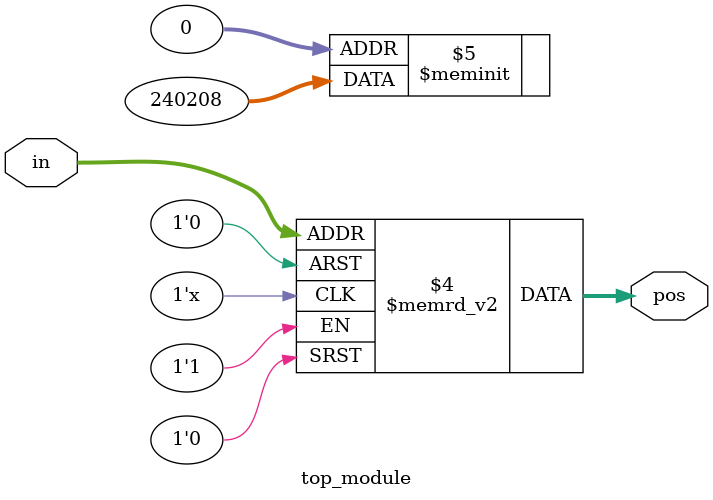
<source format=sv>
module top_module (
	input [3:0] in,
	output reg [1:0] pos
);
	
	always @(*) begin
		case(in)
			4'b0001: pos = 2'b00;
			4'b0010: pos = 2'b01;
			4'b0011: pos = 2'b01;
			4'b0100: pos = 2'b10;
			4'b0101: pos = 2'b10;
			4'b0110: pos = 2'b10;
			4'b0111: pos = 2'b10;
			4'b1000: pos = 2'b11;
			default: pos = 2'b00;
		endcase
	end
endmodule

</source>
